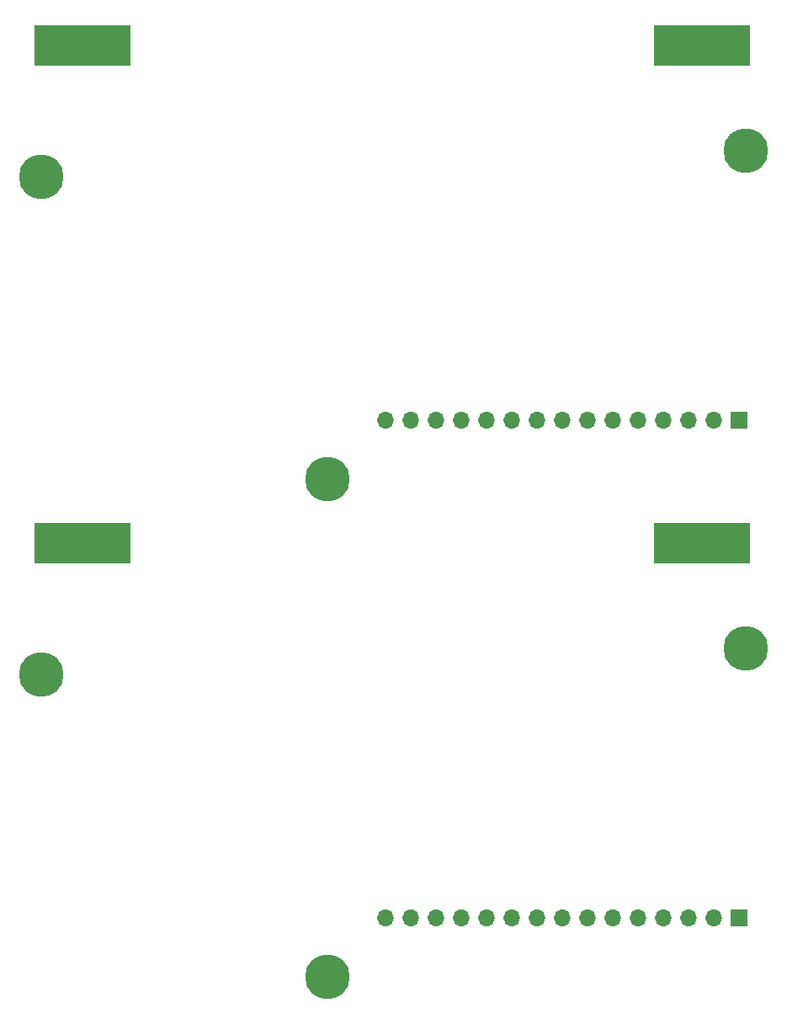
<source format=gbs>
%TF.GenerationSoftware,KiCad,Pcbnew,4.0.5*%
%TF.CreationDate,2018-01-19T21:54:27-07:00*%
%TF.ProjectId,Amplifier and Attenuator Module,416D706C696669657220616E64204174,6*%
%TF.FileFunction,Soldermask,Bot*%
%FSLAX46Y46*%
G04 Gerber Fmt 4.6, Leading zero omitted, Abs format (unit mm)*
G04 Created by KiCad (PCBNEW 4.0.5) date 01/19/18 21:54:27*
%MOMM*%
%LPD*%
G01*
G04 APERTURE LIST*
%ADD10C,0.100000*%
%ADD11R,1.700000X1.700000*%
%ADD12O,1.700000X1.700000*%
%ADD13C,4.500000*%
%ADD14R,9.650000X4.190000*%
G04 APERTURE END LIST*
D10*
D11*
X148442960Y-175543400D03*
D12*
X145902960Y-175543400D03*
X143362960Y-175543400D03*
X140822960Y-175543400D03*
X138282960Y-175543400D03*
X135742960Y-175543400D03*
X133202960Y-175543400D03*
X130662960Y-175543400D03*
X128122960Y-175543400D03*
X125582960Y-175543400D03*
X123042960Y-175543400D03*
X120502960Y-175543400D03*
X117962960Y-175543400D03*
X115422960Y-175543400D03*
X112882960Y-175543400D03*
D13*
X107040000Y-181508000D03*
X78215560Y-151085460D03*
X149084500Y-148430800D03*
D14*
X144677000Y-137881000D03*
X82397000Y-137851000D03*
X82397000Y-87813000D03*
X144677000Y-87843000D03*
D13*
X149084500Y-98392800D03*
X78215560Y-101047460D03*
X107040000Y-131470000D03*
D11*
X148442960Y-125505400D03*
D12*
X145902960Y-125505400D03*
X143362960Y-125505400D03*
X140822960Y-125505400D03*
X138282960Y-125505400D03*
X135742960Y-125505400D03*
X133202960Y-125505400D03*
X130662960Y-125505400D03*
X128122960Y-125505400D03*
X125582960Y-125505400D03*
X123042960Y-125505400D03*
X120502960Y-125505400D03*
X117962960Y-125505400D03*
X115422960Y-125505400D03*
X112882960Y-125505400D03*
M02*

</source>
